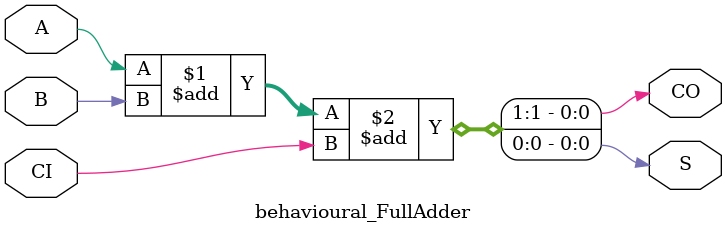
<source format=sv>

function automatic integer log2floor;
    input integer n;
    integer m;
    integer p;
    begin
        m = -1;
        p = 1;
        while (p <= n) begin
            m = m + 1;
            p = p * 2;
        end
        log2floor = m;
    end
endfunction


// Copyright 2024 ETH Zurich and University of Bologna.
// Solderpad Hardware License, Version 0.51, see LICENSE for details.
// SPDX-License-Identifier: SHL-0.51
//
// Based on the work by Reto Zimmermann 1998 - ETH Zürich
// Originally written in VHDL, available under: 
// https://iis-people.ee.ethz.ch/~zimmi/arith_lib.html#library
//
// Authors:
// - Thomas Benz <tbenz@iis.ee.ethz.ch>
// - Philippe Sauter <phsauter@iis.ee.ethz.ch>
// - Paul Scheffler <paulsc@iis.ee.ethz.ch>
//
// Description :
// Should force the compiler to use a full-adder cell instead of simple logic
// gates. Otherwise, a full-adder cell of the target library has to be
// instantiated at this point (see second architecture).
// {CO,S} = A + B +CI

module FullAdder (
	input  logic A,
	input  logic B,
	input  logic CI,  // operands
	output logic S,
	output logic CO  // sum and carry out
);

	logic [1:0] Auns, Buns, CIuns, Suns;  // unsigned temp

	// type conversion: std_logic -> 2-bit unsigned
	assign Auns  = {1'b0, A};
	assign Buns  = {1'b0, B};
	assign CIuns = {1'b0, CI};

	// should force the compiler to use a full-adder cell
	assign Suns = Auns + Buns + CIuns;

	// type conversion: 2-bit unsigned -> std_logic
	assign {CO, S} = Suns;

endmodule


module behavioural_FullAdder (
	input  logic A,
	input  logic B,
	input  logic CI,  // operands
	output logic S,
	output logic CO  // sum and carry out
);
	assign {CO, S} = A + B + CI;
endmodule

</source>
